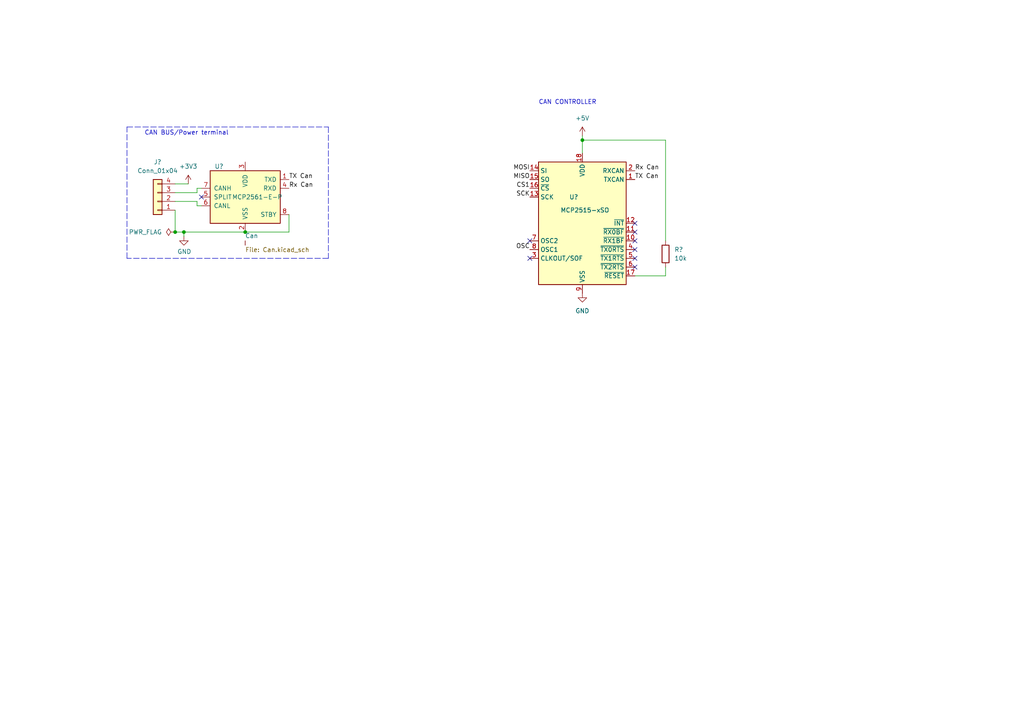
<source format=kicad_sch>
(kicad_sch (version 20211123) (generator eeschema)
  (paper "A4")
  (lib_symbols
    (symbol "Connector_Generic:Conn_01x04" (pin_names (offset 1.016) hide)
      (property "Reference" "J" (at 0 5.08 0))
      (property "Value" "Conn_01x04" (at 0 -7.62 0))
      (symbol "Conn_01x04_1_1"
        (rectangle (start -1.27 -4.953) (end 0 -5.207) (stroke (width 0.1524)))
        (rectangle (start -1.27 -2.413) (end 0 -2.667) (stroke (width 0.1524)))
        (rectangle (start -1.27 0.127) (end 0 -0.127) (stroke (width 0.1524)))
        (rectangle (start -1.27 2.667) (end 0 2.413) (stroke (width 0.1524)))
        (rectangle (start -1.27 3.81) (end 1.27 -6.35) (stroke (width 0.254)) (fill (type background)))
        (pin passive line (at -5.08 2.54 0) (length 3.81) (name "Pin_1") (number "1"))
        (pin passive line (at -5.08 0 0) (length 3.81) (name "Pin_2") (number "2"))
        (pin passive line (at -5.08 -2.54 0) (length 3.81) (name "Pin_3") (number "3"))
        (pin passive line (at -5.08 -5.08 0) (length 3.81) (name "Pin_4") (number "4"))
      )
    )
    (symbol "Device:R" (pin_numbers hide) (pin_names (offset 0))
      (property "Reference" "R" (at 2.032 0 90))
      (property "Value" "R" (at 0 0 90))
      (symbol "R_0_1"
        (rectangle (start -1.016 -2.54) (end 1.016 2.54) (stroke (width 0.254)))
      )
      (symbol "R_1_1"
        (pin passive line (at 0 3.81 270) (length 1.27) (name "~") (number "1"))
        (pin passive line (at 0 -3.81 90) (length 1.27) (name "~") (number "2"))
      )
    )
    (symbol "Interface_CAN_LIN:MCP2515-xSO"
      (property "Reference" "U" (at -10.16 19.685 0))
      (property "Value" "MCP2515-xSO" (at 19.05 20.32 0))
      (symbol "MCP2515-xSO_0_1"
        (rectangle (start -12.7 17.78) (end 12.7 -17.78) (stroke (width 0.254)) (fill (type background)))
      )
      (symbol "MCP2515-xSO_1_1"
        (pin output line (at 15.24 12.7 180) (length 2.54) (name "TXCAN") (number "1"))
        (pin output line (at 15.24 -5.08 180) (length 2.54) (name "~{RX1BF}") (number "10"))
        (pin output line (at 15.24 -2.54 180) (length 2.54) (name "~{RX0BF}") (number "11"))
        (pin output line (at 15.24 0 180) (length 2.54) (name "~{INT}") (number "12"))
        (pin input line (at -15.24 7.62 0) (length 2.54) (name "SCK") (number "13"))
        (pin input line (at -15.24 15.24 0) (length 2.54) (name "SI") (number "14"))
        (pin output line (at -15.24 12.7 0) (length 2.54) (name "SO") (number "15"))
        (pin input line (at -15.24 10.16 0) (length 2.54) (name "~{CS}") (number "16"))
        (pin input line (at 15.24 -15.24 180) (length 2.54) (name "~{RESET}") (number "17"))
        (pin power_in line (at 0 20.32 270) (length 2.54) (name "VDD") (number "18"))
        (pin input line (at 15.24 15.24 180) (length 2.54) (name "RXCAN") (number "2"))
        (pin output line (at -15.24 -10.16 0) (length 2.54) (name "CLKOUT/SOF") (number "3"))
        (pin input line (at 15.24 -7.62 180) (length 2.54) (name "~{TX0RTS}") (number "4"))
        (pin input line (at 15.24 -10.16 180) (length 2.54) (name "~{TX1RTS}") (number "5"))
        (pin input line (at 15.24 -12.7 180) (length 2.54) (name "~{TX2RTS}") (number "6"))
        (pin output line (at -15.24 -5.08 0) (length 2.54) (name "OSC2") (number "7"))
        (pin input line (at -15.24 -7.62 0) (length 2.54) (name "OSC1") (number "8"))
        (pin power_in line (at 0 -20.32 90) (length 2.54) (name "VSS") (number "9"))
      )
    )
    (symbol "Interface_CAN_LIN:MCP2561-E-P" (pin_names (offset 1.016))
      (property "Reference" "U" (at -10.16 8.89 0))
      (property "Value" "MCP2561-E-P" (at 2.54 8.89 0))
      (symbol "MCP2561-E-P_0_1"
        (rectangle (start -10.16 7.62) (end 10.16 -7.62) (stroke (width 0.254)) (fill (type background)))
      )
      (symbol "MCP2561-E-P_1_1"
        (pin input line (at -12.7 5.08 0) (length 2.54) (name "TXD") (number "1"))
        (pin power_in line (at 0 -10.16 90) (length 2.54) (name "VSS") (number "2"))
        (pin power_in line (at 0 10.16 270) (length 2.54) (name "VDD") (number "3"))
        (pin output line (at -12.7 2.54 0) (length 2.54) (name "RXD") (number "4"))
        (pin passive line (at 12.7 0 180) (length 2.54) (name "SPLIT") (number "5"))
        (pin bidirectional line (at 12.7 -2.54 180) (length 2.54) (name "CANL") (number "6"))
        (pin bidirectional line (at 12.7 2.54 180) (length 2.54) (name "CANH") (number "7"))
        (pin input line (at -12.7 -5.08 0) (length 2.54) (name "STBY") (number "8"))
      )
    )
    (symbol "power:+3.3V" (power) (pin_names (offset 0))
      (property "Value" "+3.3V" (at 0 3.556 0))
      (symbol "+3.3V_0_1"
        (polyline (pts (xy -0.762 1.27) (xy 0 2.54)))
        (polyline (pts (xy 0 0) (xy 0 2.54)))
        (polyline (pts (xy 0 2.54) (xy 0.762 1.27)))
      )
      (symbol "+3.3V_1_1"
        (pin power_in line (at 0 0 90) (length 0) hide (name "+3V3") (number "1"))
      )
    )
    (symbol "power:+5V" (power) (pin_names (offset 0))
      (property "Value" "+5V" (at 0 3.556 0))
      (symbol "+5V_0_1"
        (polyline (pts (xy -0.762 1.27) (xy 0 2.54)))
        (polyline (pts (xy 0 0) (xy 0 2.54)))
        (polyline (pts (xy 0 2.54) (xy 0.762 1.27)))
      )
      (symbol "+5V_1_1"
        (pin power_in line (at 0 0 90) (length 0) hide (name "+5V") (number "1"))
      )
    )
    (symbol "power:GND" (power) (pin_names (offset 0))
      (property "Value" "GND" (at 0 -3.81 0))
      (symbol "GND_0_1"
        (polyline (pts (xy 0 0) (xy 0 -1.27) (xy 1.27 -1.27) (xy 0 -2.54) (xy -1.27 -1.27) (xy 0 -1.27)))
      )
      (symbol "GND_1_1"
        (pin power_in line (at 0 0 270) (length 0) hide (name "GND") (number "1"))
      )
    )
    (symbol "power:PWR_FLAG" (power) (pin_numbers hide) (pin_names (offset 0) hide)
      (property "Value" "PWR_FLAG" (at 0 3.81 0))
      (symbol "PWR_FLAG_0_0"
        (pin power_out line (at 0 0 90) (length 0) (name "pwr") (number "1"))
      )
      (symbol "PWR_FLAG_0_1"
        (polyline (pts (xy 0 0) (xy 0 1.27) (xy -1.016 1.905) (xy 0 2.54) (xy 1.016 1.905) (xy 0 1.27)))
      )
    )
  )
  (junction (at 168.91 40.64))
  (junction (at 53.34 67.31))
  (junction (at 71.12 67.31))
  (junction (at 50.8 67.31))
  (no_connect (at 184.15 74.93))
  (no_connect (at 184.15 77.47))
  (no_connect (at 184.15 67.31))
  (no_connect (at 184.15 64.77))
  (no_connect (at 153.67 74.93))
  (no_connect (at 184.15 69.85))
  (no_connect (at 184.15 72.39))
  (no_connect (at 153.67 69.85))
  (no_connect (at 58.42 57.15))
  (wire (pts (xy 71.12 67.31) (xy 83.82 67.31)))
  (wire (pts (xy 57.15 54.61) (xy 58.42 54.61)))
  (wire (pts (xy 193.04 40.64) (xy 193.04 69.85)))
  (polyline (pts (xy 95.25 36.83) (xy 95.25 74.93)))
  (polyline (pts (xy 95.25 74.93) (xy 36.83 74.93)))
  (wire (pts (xy 83.82 62.23) (xy 83.82 67.31)))
  (wire (pts (xy 50.8 67.31) (xy 53.34 67.31)))
  (wire (pts (xy 168.91 40.64) (xy 168.91 44.45)))
  (wire (pts (xy 53.34 67.31) (xy 71.12 67.31)))
  (wire (pts (xy 184.15 80.01) (xy 193.04 80.01)))
  (wire (pts (xy 50.8 53.34) (xy 54.61 53.34)))
  (wire (pts (xy 50.8 55.88) (xy 57.15 55.88)))
  (wire (pts (xy 53.34 67.31) (xy 53.34 68.58)))
  (polyline (pts (xy 36.83 36.83) (xy 95.25 36.83)))
  (wire (pts (xy 57.15 59.69) (xy 58.42 59.69)))
  (polyline (pts (xy 36.83 74.93) (xy 36.83 36.83)))
  (wire (pts (xy 193.04 77.47) (xy 193.04 80.01)))
  (wire (pts (xy 57.15 55.88) (xy 57.15 54.61)))
  (wire (pts (xy 50.8 58.42) (xy 57.15 58.42)))
  (wire (pts (xy 50.8 67.31) (xy 50.8 60.96)))
  (wire (pts (xy 57.15 58.42) (xy 57.15 59.69)))
  (wire (pts (xy 168.91 40.64) (xy 193.04 40.64)))
  (wire (pts (xy 168.91 39.37) (xy 168.91 40.64)))
  (text "CAN BUS/Power terminal" (at 41.91 39.37 0) (effects (font (size 1.27 1.27)) (justify left bottom)))
  (text "CAN CONTROLLER\n" (at 156.21 30.48 0) (effects (font (size 1.27 1.27)) (justify left bottom)))
  (label "OSC" (at 153.67 72.39 180))
  (label "SCK" (at 153.67 57.15 180))
  (label "MOSI" (at 153.67 49.53 180))
  (label "TX Can" (at 184.15 52.07 0))
  (label "Rx Can" (at 184.15 49.53 0))
  (label "TX Can" (at 83.82 52.07 0))
  (label "Rx Can" (at 83.82 54.61 0))
  (label "CS1" (at 153.67 54.61 180))
  (label "MISO" (at 153.67 52.07 180))
  (symbol (lib_id "power:PWR_FLAG") (at 50.8 67.31 90) (unit 1)
    (property "Reference" "#FLG?" (effects hide))
    (property "Value" "PWR_FLAG" (at 46.99 67.3099 90) (effects (justify left)))
  )
  (symbol (lib_id "Interface_CAN_LIN:MCP2561-E-P") (at 71.12 57.15 0) (mirror y) (unit 1)
    (property "Reference" "U?" (at 62.23 48.26 0) (effects (justify right)))
    (property "Value" "MCP2561-E-P" (at 67.31 57.15 0) (effects (justify right)))
    (property "Footprint" "Package_DIP:DIP-8_W7.62mm" (effects hide))
    (property "Datasheet" "http://ww1.microchip.com/downloads/en/DeviceDoc/25167A.pdf" (effects hide))
  )
  (symbol (lib_id "Device:R") (at 193.04 73.66 0) (unit 1)
    (property "Reference" "R?" (at 195.58 72.3899 0) (effects (justify left)))
    (property "Value" "10k" (at 195.58 74.9299 0) (effects (justify left)))
  )
  (symbol (lib_id "Connector_Generic:Conn_01x04") (at 45.72 58.42 180) (unit 1)
    (property "Reference" "J?" (at 45.72 46.99 0))
    (property "Value" "Conn_01x04" (at 45.72 49.53 0))
  )
  (symbol (lib_id "power:GND") (at 168.91 85.09 0) (unit 1)
    (property "Reference" "#PWR?" (effects hide))
    (property "Value" "GND" (at 168.91 90.17 0))
  )
  (symbol (lib_id "power:GND") (at 53.34 68.58 0) (unit 1)
    (property "Reference" "#PWR?" (effects hide))
    (property "Value" "GND" (at 53.467 72.9742 0))
  )
  (symbol (lib_id "power:+3.3V") (at 54.61 53.34 0) (unit 1)
    (property "Reference" "#PWR?" (effects hide))
    (property "Value" "+3.3V" (at 54.61 48.26 0))
  )
  (symbol (lib_id "power:+5V") (at 168.91 39.37 0) (unit 1)
    (property "Reference" "#PWR?" (effects hide))
    (property "Value" "+5V" (at 168.91 34.29 0))
  )
  (symbol (lib_id "Interface_CAN_LIN:MCP2515-xSO") (at 168.91 64.77 0) (unit 1)
    (property "Reference" "U?" (at 165.1 57.15 0) (effects (justify left)))
    (property "Value" "MCP2515-xSO" (at 162.56 60.96 0) (effects (justify left)))
    (property "Footprint" "Package_DIP:DIP-18_W7.62mm" (effects hide))
    (property "Datasheet" "https://www.microchip.com/en-us/product/MCP2515" (effects hide))
  )
  (sheet (at 71.12 69.85) (size 0 1.27) (stroke (width 0.1524))
    (property "Sheet name" "Can" (at 71.12 69.1384 0) (effects (justify left bottom)))
    (property "Sheet file" "Can.kicad_sch" (at 71.12 71.7046 0) (effects (justify left top)))
  )
)
</source>
